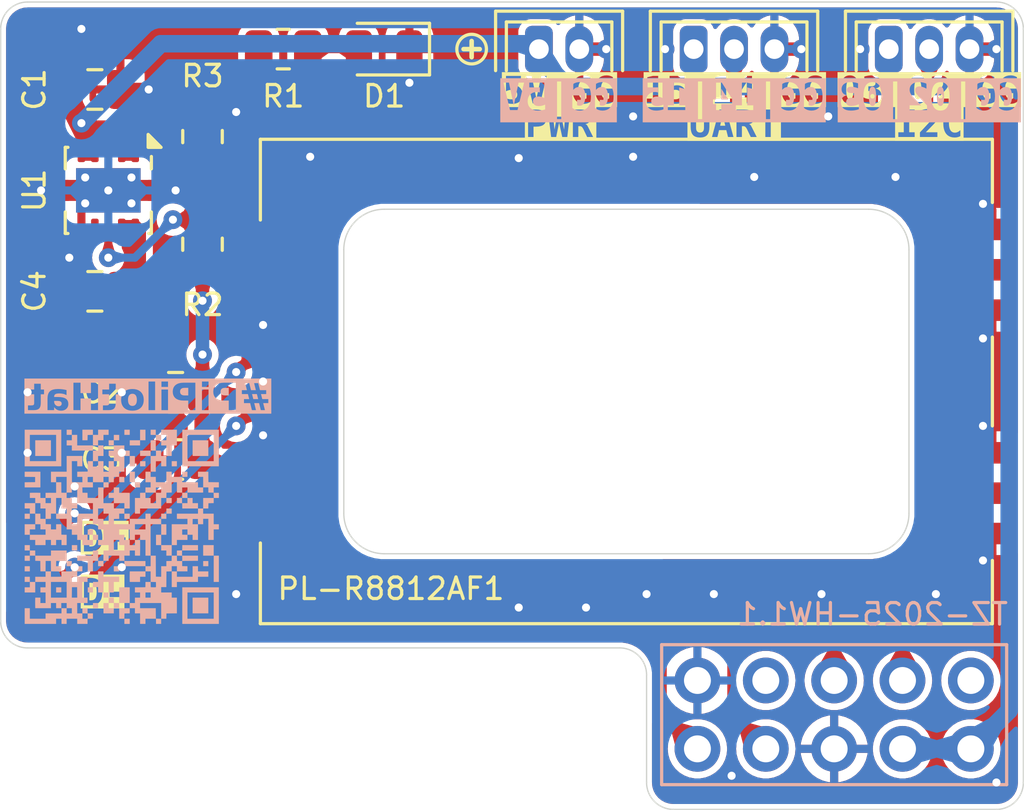
<source format=kicad_pcb>
(kicad_pcb (version 20240108) (generator "pcbnew") (generator_version "8.0")
  (layers (0 "F.Cu" signal) (31 "B.Cu" signal) (34 "B.Paste" user) (35 "F.Paste" user) (36 "B.SilkS" user "B.Silkscreen") (37 "F.SilkS" user "F.Silkscreen") (38 "B.Mask" user) (39 "F.Mask" user) (44 "Edge.Cuts" user))
  (net 0 "")
  (net 1 "GND")
  (net 2 "+3.3V")
  (net 3 "+5V")
  (net 4 "Net-(D1-A)")
  (net 5 "/D-")
  (net 6 "/D+")
  (net 7 "/15")
  (net 8 "/14")
  (net 9 "/2")
  (net 10 "/3")
  (net 13 "Net-(U1-FB)")
  (net 19 "Net-(U2-LED)")
  (footprint "Resistor_SMD:R_0805_2012Metric" (layer "F.Cu") (at 139.5 44.75 180)
    (property "Reference" "R1" (at 0 -1.75 0) (layer "F.SilkS") (effects (font (size 0.8 0.8) (thickness 0.12))))
    (property "Value" "1k")
    (pad "1" smd roundrect (at -0.9125 0 180) (size 1.025 1.4) (layers "F.Cu" "F.Paste" "F.Mask") (roundrect_rratio 0.243902) (net 4 "Net-(D1-A)"))
    (pad "2" smd roundrect (at 0.9125 0 180) (size 1.025 1.4) (layers "F.Cu" "F.Paste" "F.Mask") (roundrect_rratio 0.243902) (net 19 "Net-(U2-LED)"))
  )
  (footprint "PiPilotHat:BL-R8812AF1" (layer "F.Cu") (at 152.25 57.1)
    (property "Reference" "U2" (hide yes))
    (property "Value" "PL-R8812AF1")
    (fp_line (start -10.5 -4.9) (end -10.5 4.9) (stroke (width 0.05)) (layer "Edge.Cuts"))
    (fp_line (start -9 -6.4) (end 9 -6.4) (stroke (width 0.05)) (layer "Edge.Cuts"))
    (fp_line (start -9 6.4) (end 9 6.4) (stroke (width 0.05)) (layer "Edge.Cuts"))
    (fp_line (start 10.5 -4.9) (end 10.5 4.9) (stroke (width 0.05)) (layer "Edge.Cuts"))
    (fp_arc (start -10.5 -4.9) (mid -10.06066 -5.96066) (end -9 -6.4) (stroke (width 0.05)) (layer "Edge.Cuts"))
    (fp_arc (start -9 6.4) (mid -10.06066 5.96066) (end -10.5 4.9) (stroke (width 0.05)) (layer "Edge.Cuts"))
    (fp_arc (start 9 -6.4) (mid 10.06066 -5.96066) (end 10.5 -4.9) (stroke (width 0.05)) (layer "Edge.Cuts"))
    (fp_arc (start 10.5 4.9) (mid 10.06066 5.96066) (end 9 6.4) (stroke (width 0.05)) (layer "Edge.Cuts"))
    (pad "1" smd roundrect (at -13.5 5) (size 1.6 0.8) (layers "F.Cu" "F.Paste" "F.Mask"))
    (pad "2" smd roundrect (at -13.5 3) (size 1.6 0.8) (layers "F.Cu" "F.Paste" "F.Mask") (net 2 "+3.3V"))
    (pad "3" smd roundrect (at -13.5 1) (size 1.6 0.8) (layers "F.Cu" "F.Paste" "F.Mask") (net 5 "/D-"))
    (pad "4" smd roundrect (at -13.5 -1) (size 1.6 0.8) (layers "F.Cu" "F.Paste" "F.Mask") (net 6 "/D+"))
    (pad "5" smd roundrect (at -13.5 -3) (size 1.6 0.8) (layers "F.Cu" "F.Paste" "F.Mask") (net 1 "GND"))
    (pad "6" smd roundrect (at -13.5 -5) (size 1.6 0.8) (layers "F.Cu" "F.Paste" "F.Mask") (net 19 "Net-(U2-LED)"))
    (pad "7" smd roundrect (at 13.5 -5.65) (size 1.6 0.8) (layers "F.Cu" "F.Paste" "F.Mask") (net 1 "GND"))
    (pad "8" smd roundrect (at 13.5 -4.15) (size 1.6 0.8) (layers "F.Cu" "F.Paste" "F.Mask"))
    (pad "9" smd roundrect (at 13.5 -2.65) (size 1.6 0.8) (layers "F.Cu" "F.Paste" "F.Mask") (net 1 "GND"))
    (pad "10" smd roundrect (at 13.5 2.65) (size 1.6 0.8) (layers "F.Cu" "F.Paste" "F.Mask") (net 1 "GND"))
    (pad "11" smd roundrect (at 13.5 4.15) (size 1.6 0.8) (layers "F.Cu" "F.Paste" "F.Mask"))
    (pad "12" smd roundrect (at 13.5 5.65) (size 1.6 0.8) (layers "F.Cu" "F.Paste" "F.Mask") (net 1 "GND"))
  )
  (footprint "Capacitor_SMD:C_0805_2012Metric" (layer "F.Cu") (at 135.5 60 180)
    (property "Reference" "C3" (at 2.75 0 0) (layer "F.SilkS") (effects (font (size 0.8 0.8) (thickness 0.12))))
    (property "Value" "0.1u")
    (pad "1" smd roundrect (at -0.95 0 180) (size 1 1.45) (layers "F.Cu" "F.Paste" "F.Mask") (net 2 "+3.3V"))
    (pad "2" smd roundrect (at 0.95 0 180) (size 1 1.45) (layers "F.Cu" "F.Paste" "F.Mask") (net 1 "GND"))
  )
  (footprint "Capacitor_SMD:C_0805_2012Metric" (layer "F.Cu") (at 132.5 46.25)
    (property "Reference" "C1" (at -2.25 0 90) (layer "F.SilkS") (effects (font (size 0.8 0.8) (thickness 0.12))))
    (property "Value" "10u")
    (pad "1" smd roundrect (at -0.95 0) (size 1 1.45) (layers "F.Cu" "F.Paste" "F.Mask") (net 3 "+5V"))
    (pad "2" smd roundrect (at 0.95 0) (size 1 1.45) (layers "F.Cu" "F.Paste" "F.Mask") (net 1 "GND"))
  )
  (footprint "PiPilotHat:JST_ZH_1x03_Simple" (layer "F.Cu") (at 154.75 44.75)
    (property "Reference" "J2" (hide yes))
    (property "Value" "Conn_SERIAL")
    (pad "1" thru_hole roundrect (at 0 0) (size 1.03 1.73) (drill 0.73) (layers "*.Cu" "*.Mask") (roundrect_rratio 0.242718) (net 7 "/15"))
    (pad "2" thru_hole oval (at 1.5 0) (size 1.03 1.73) (drill 0.73) (layers "*.Cu" "*.Mask") (net 8 "/14"))
    (pad "3" thru_hole oval (at 3 0) (size 1.03 1.73) (drill 0.73) (layers "*.Cu" "*.Mask") (net 1 "GND"))
  )
  (footprint "PiPilotHat:USB_Data" (layer "F.Cu") (at 130.5 64)
    (property "Reference" "J1" (hide yes))
    (property "Value" "Conn_USB")
    (pad "1" smd roundrect (at 0 -1) (size 2 1.3) (layers "F.Cu" "F.Paste" "F.Mask") (net 6 "/D+"))
    (pad "2" smd roundrect (at 0 1) (size 2 1.3) (layers "F.Cu" "F.Paste" "F.Mask") (net 5 "/D-"))
  )
  (footprint "Resistor_SMD:R_0805_2012Metric" (layer "F.Cu") (at 136.5 52 90)
    (property "Reference" "R2" (at -2.25 0 0) (layer "F.SilkS") (effects (font (size 0.8 0.8) (thickness 0.12))))
    (property "Value" "4.7k")
    (pad "1" smd roundrect (at -0.9125 0 90) (size 1.025 1.4) (layers "F.Cu" "F.Paste" "F.Mask") (roundrect_rratio 0.243902) (net 2 "+3.3V"))
    (pad "2" smd roundrect (at 0.9125 0 90) (size 1.025 1.4) (layers "F.Cu" "F.Paste" "F.Mask") (roundrect_rratio 0.243902) (net 13 "Net-(U1-FB)"))
  )
  (footprint "Package_SON:VSON-10-1EP_3x3mm_P0.5mm_EP1.65x2.4mm_ThermalVias" (layer "F.Cu") (at 133 50 -90)
    (property "Reference" "U1" (at 0 2.75 90) (layer "F.SilkS") (effects (font (size 0.8 0.8) (thickness 0.12))))
    (property "Value" "TPS74801DRC")
    (pad "1" smd roundrect (at -1.475 -1 270) (size 0.85 0.28) (layers "F.Cu" "F.Paste" "F.Mask") (net 3 "+5V"))
    (pad "2" smd roundrect (at -1.475 -0.5 270) (size 0.85 0.28) (layers "F.Cu" "F.Paste" "F.Mask") (net 3 "+5V"))
    (pad "3" smd roundrect (at -1.475 0 270) (size 0.85 0.28) (layers "F.Cu" "F.Paste" "F.Mask"))
    (pad "4" smd roundrect (at -1.475 0.5 270) (size 0.85 0.28) (layers "F.Cu" "F.Paste" "F.Mask") (net 3 "+5V"))
    (pad "5" smd roundrect (at -1.475 1 270) (size 0.85 0.28) (layers "F.Cu" "F.Paste" "F.Mask") (net 3 "+5V"))
    (pad "6" smd roundrect (at 1.475 1 270) (size 0.85 0.28) (layers "F.Cu" "F.Paste" "F.Mask") (net 1 "GND"))
    (pad "7" smd roundrect (at 1.475 0.5 270) (size 0.85 0.28) (layers "F.Cu" "F.Paste" "F.Mask"))
    (pad "8" smd roundrect (at 1.475 0 270) (size 0.85 0.28) (layers "F.Cu" "F.Paste" "F.Mask") (net 13 "Net-(U1-FB)"))
    (pad "9" smd roundrect (at 1.475 -0.5 270) (size 0.85 0.28) (layers "F.Cu" "F.Paste" "F.Mask") (net 2 "+3.3V"))
    (pad "10" smd roundrect (at 1.475 -1 270) (size 0.85 0.28) (layers "F.Cu" "F.Paste" "F.Mask") (net 2 "+3.3V"))
    (pad "11" thru_hole circle (at -0.48 -0.86 270) (size 0.6 0.6) (drill 0.3) (layers "*.Cu") (net 1 "GND"))
    (pad "11" thru_hole circle (at -0.48 0.86 270) (size 0.6 0.6) (drill 0.3) (layers "*.Cu") (net 1 "GND"))
    (pad "11" smd rect (at -0.25 -1.55 270) (size 0.28 0.7) (layers "F.Cu" "F.Paste" "F.Mask") (net 1 "GND"))
    (pad "11" smd rect (at -0.25 1.55 270) (size 0.28 0.7) (layers "F.Cu" "F.Paste" "F.Mask") (net 1 "GND"))
    (pad "11" thru_hole circle (at 0 0 270) (size 0.6 0.6) (drill 0.3) (layers "*.Cu") (net 1 "GND"))
    (pad "11" smd rect (at 0 0 270) (size 1.65 2.4) (layers "F.Cu" "F.Mask") (net 1 "GND"))
    (pad "11" smd rect (at 0 0 270) (size 1.65 2.4) (layers "B.Cu") (net 1 "GND"))
    (pad "11" smd rect (at 0.25 -1.55 270) (size 0.28 0.7) (layers "F.Cu" "F.Paste" "F.Mask") (net 1 "GND"))
    (pad "11" smd rect (at 0.25 1.55 270) (size 0.28 0.7) (layers "F.Cu" "F.Paste" "F.Mask") (net 1 "GND"))
    (pad "11" thru_hole circle (at 0.48 -0.86 270) (size 0.6 0.6) (drill 0.3) (layers "*.Cu") (net 1 "GND"))
    (pad "11" thru_hole circle (at 0.48 0.86 270) (size 0.6 0.6) (drill 0.3) (layers "*.Cu") (net 1 "GND"))
  )
  (footprint "Capacitor_SMD:C_0805_2012Metric" (layer "F.Cu") (at 135.5 57.5 180)
    (property "Reference" "C2" (at 2.75 0 0) (layer "F.SilkS") (effects (font (size 0.8 0.8) (thickness 0.12))))
    (property "Value" "10u")
    (pad "1" smd roundrect (at -0.95 0 180) (size 1 1.45) (layers "F.Cu" "F.Paste" "F.Mask") (net 2 "+3.3V"))
    (pad "2" smd roundrect (at 0.95 0 180) (size 1 1.45) (layers "F.Cu" "F.Paste" "F.Mask") (net 1 "GND"))
  )
  (footprint "PiPilotHat:JST_ZH_1x02_Simple" (layer "F.Cu") (at 149 44.75)
    (property "Reference" "J4" (hide yes))
    (property "Value" "Conn_POWER")
    (pad "1" thru_hole roundrect (at 0 0) (size 1.03 1.73) (drill 0.73) (layers "*.Cu" "*.Mask") (roundrect_rratio 0.242718) (net 3 "+5V"))
    (pad "2" thru_hole oval (at 1.5 0) (size 1.03 1.73) (drill 0.73) (layers "*.Cu" "*.Mask") (net 1 "GND"))
  )
  (footprint "Resistor_SMD:R_0805_2012Metric" (layer "F.Cu") (at 136.5 48 90)
    (property "Reference" "R3" (at 2.25 0 0) (layer "F.SilkS") (effects (font (size 0.8 0.8) (thickness 0.12))))
    (property "Value" "1.5k")
    (pad "1" smd roundrect (at -0.9125 0 90) (size 1.025 1.4) (layers "F.Cu" "F.Paste" "F.Mask") (roundrect_rratio 0.243902) (net 13 "Net-(U1-FB)"))
    (pad "2" smd roundrect (at 0.9125 0 90) (size 1.025 1.4) (layers "F.Cu" "F.Paste" "F.Mask") (roundrect_rratio 0.243902) (net 1 "GND"))
  )
  (footprint "LED_SMD:LED_0805_2012Metric" (layer "F.Cu") (at 143.25 44.75 180)
    (property "Reference" "D1" (at 0 -1.75 0) (layer "F.SilkS") (effects (font (size 0.8 0.8) (thickness 0.12))))
    (property "Value" "LED")
    (pad "1" smd roundrect (at -0.9375 0 180) (size 0.975 1.4) (layers "F.Cu" "F.Paste" "F.Mask") (net 1 "GND"))
    (pad "2" smd roundrect (at 0.9375 0 180) (size 0.975 1.4) (layers "F.Cu" "F.Paste" "F.Mask") (net 4 "Net-(D1-A)"))
  )
  (footprint "Capacitor_SMD:C_0805_2012Metric" (layer "F.Cu") (at 132.5 53.75 180)
    (property "Reference" "C4" (at 2.25 0 90) (layer "F.SilkS") (effects (font (size 0.8 0.8) (thickness 0.12))))
    (property "Value" "10u")
    (pad "1" smd roundrect (at -0.95 0 180) (size 1 1.45) (layers "F.Cu" "F.Paste" "F.Mask") (net 2 "+3.3V"))
    (pad "2" smd roundrect (at 0.95 0 180) (size 1 1.45) (layers "F.Cu" "F.Paste" "F.Mask") (net 1 "GND"))
  )
  (footprint "PiPilotHat:JST_ZH_1x03_Simple" (layer "F.Cu") (at 162 44.75)
    (property "Reference" "J3" (hide yes))
    (property "Value" "Conn_I2C")
    (pad "1" thru_hole roundrect (at 0 0) (size 1.03 1.73) (drill 0.73) (layers "*.Cu" "*.Mask") (roundrect_rratio 0.242718) (net 10 "/3"))
    (pad "2" thru_hole oval (at 1.5 0) (size 1.03 1.73) (drill 0.73) (layers "*.Cu" "*.Mask") (net 9 "/2"))
    (pad "3" thru_hole oval (at 3 0) (size 1.03 1.73) (drill 0.73) (layers "*.Cu" "*.Mask") (net 1 "GND"))
  )
  (footprint "Connector_PinSocket_2.54mm:PinSocket_2x05_P2.54mm_Vertical" (layer "B.Cu") (at 165.05 68.21 90)
    (property "Reference" "J5" (hide yes))
    (property "Value" "Conn_HAT")
    (pad "1" thru_hole circle (at 0 0 90) (size 1.7 1.7) (drill 1) (layers "*.Cu" "*.Mask"))
    (pad "2" thru_hole oval (at -2.54 0 90) (size 1.7 1.7) (drill 1) (layers "*.Cu" "*.Mask") (net 3 "+5V"))
    (pad "3" thru_hole oval (at 0 -2.54 90) (size 1.7 1.7) (drill 1) (layers "*.Cu" "*.Mask") (net 9 "/2"))
    (pad "4" thru_hole oval (at -2.54 -2.54 90) (size 1.7 1.7) (drill 1) (layers "*.Cu" "*.Mask") (net 3 "+5V"))
    (pad "5" thru_hole oval (at 0 -5.08 90) (size 1.7 1.7) (drill 1) (layers "*.Cu" "*.Mask") (net 10 "/3"))
    (pad "6" thru_hole oval (at -2.54 -5.08 90) (size 1.7 1.7) (drill 1) (layers "*.Cu" "*.Mask") (net 1 "GND"))
    (pad "7" thru_hole oval (at 0 -7.62 90) (size 1.7 1.7) (drill 1) (layers "*.Cu" "*.Mask"))
    (pad "8" thru_hole oval (at -2.54 -7.62 90) (size 1.7 1.7) (drill 1) (layers "*.Cu" "*.Mask") (net 8 "/14"))
    (pad "9" thru_hole oval (at 0 -10.16 90) (size 1.7 1.7) (drill 1) (layers "*.Cu" "*.Mask") (net 1 "GND"))
    (pad "10" thru_hole oval (at -2.54 -10.16 90) (size 1.7 1.7) (drill 1) (layers "*.Cu" "*.Mask") (net 7 "/15"))
  )
  (footprint "LOGO" (layer "B.Cu") (at 133.5 62.5 180)
    (property "Reference" "G***" (hide yes))
    (property "Value" "LOGO" (hide yes))
  )
  (gr_circle (center 146.5 44.75) (end 147.05 44.75) (stroke (width 0.12)) (fill none) (layer "F.SilkS"))
  (gr_line (start 146.5 44.45) (end 146.5 45.05) (stroke (width 0.17)) (layer "F.SilkS"))
  (gr_line (start 146.2 44.75) (end 146.8 44.75) (stroke (width 0.17)) (layer "F.SilkS"))
  (gr_line (start 153 68) (end 153 72) (stroke (width 0.05)) (layer "Edge.Cuts"))
  (gr_line (start 129 44) (end 129 66) (stroke (width 0.05)) (layer "Edge.Cuts"))
  (gr_line (start 130 67) (end 152 67) (stroke (width 0.05)) (layer "Edge.Cuts"))
  (gr_line (start 154 73) (end 166 73) (stroke (width 0.05)) (layer "Edge.Cuts"))
  (gr_arc (start 129 44) (mid 129.292893 43.292893) (end 130 43) (stroke (width 0.05)) (layer "Edge.Cuts"))
  (gr_line (start 166 43) (end 130 43) (stroke (width 0.05)) (layer "Edge.Cuts"))
  (gr_arc (start 130 67) (mid 129.292893 66.707107) (end 129 66) (stroke (width 0.05)) (layer "Edge.Cuts"))
  (gr_arc (start 152 67) (mid 152.707107 67.292893) (end 153 68) (stroke (width 0.05)) (layer "Edge.Cuts"))
  (gr_arc (start 166 43) (mid 166.707107 43.292893) (end 167 44) (stroke (width 0.05)) (layer "Edge.Cuts"))
  (gr_arc (start 167 72) (mid 166.707107 72.707107) (end 166 73) (stroke (width 0.05)) (layer "Edge.Cuts"))
  (gr_arc (start 154 73) (mid 153.292893 72.707107) (end 153 72) (stroke (width 0.05)) (layer "Edge.Cuts"))
  (gr_line (start 167 72) (end 167 44) (stroke (width 0.05)) (layer "Edge.Cuts"))
  (gr_text "#PiPilotHat" (at 134.5 57.75 -0) (layer "B.SilkS" knockout) (effects (font (size 1 1) (thickness 0.11) (bold yes)) (justify mirror)))
  (gr_text "GG|02|03" (at 163.5 46.6 0) (layer "B.SilkS" knockout) (effects (font (size 1 1) (thickness 0.24) (bold yes)) (justify mirror)))
  (gr_text "GG|14|15" (at 156.25 46.6 0) (layer "B.SilkS" knockout) (effects (font (size 1 1) (thickness 0.24) (bold yes)) (justify mirror)))
  (gr_text "GG|5V" (at 149.75 46.6 0) (layer "B.SilkS" knockout) (effects (font (size 1 1) (thickness 0.24) (bold yes)) (justify mirror)))
  (gr_text "TZ-2025-HW1.1" (at 166.5 65.75 0) (layer "B.SilkS") (effects (font (size 0.8 0.8) (thickness 0.12)) (justify left mirror)))
  (gr_text "03 02 GG" (at 163.5 46.35 0) (layer "F.SilkS" knockout) (effects (font (size 1 1) (thickness 0.24) (bold yes))))
  (gr_text "PL-R8812AF1" (at 143.5 64.8 0) (layer "F.SilkS") (effects (font (size 0.8 0.8) (thickness 0.12))))
  (gr_text "D+" (at 132 63 0) (layer "F.SilkS" knockout) (effects (font (size 1 1) (thickness 0.24) (bold yes)) (justify left)))
  (gr_text "I2C" (at 163.5 47.6 0) (layer "F.SilkS" knockout) (effects (font (size 1 1) (thickness 0.24) (bold yes))))
  (gr_text "5V GG" (at 149.75 46.35 0) (layer "F.SilkS" knockout) (effects (font (size 1 1) (thickness 0.24) (bold yes))))
  (gr_text "15 14 GG" (at 156.25 46.35 0) (layer "F.SilkS" knockout) (effects (font (size 1 1) (thickness 0.24) (bold yes))))
  (gr_text "PWR" (at 149.75 47.6 0) (layer "F.SilkS" knockout) (effects (font (size 1 1) (thickness 0.24) (bold yes))))
  (gr_text "D-" (at 132 65 0) (layer "F.SilkS" knockout) (effects (font (size 1 1) (thickness 0.24) (bold yes)) (justify left)))
  (gr_text "UART" (at 156.25 47.6 0) (layer "F.SilkS" knockout) (effects (font (size 1 1) (thickness 0.24) (bold yes))))
  (segment (start 165.75 62.75) (end 165.75 63.5) (width 0.5) (layer "F.Cu") (net 1))
  (segment (start 132 50.62) (end 132.14 50.48) (width 0.3) (layer "F.Cu") (net 1))
  (segment (start 165.75 54.45) (end 165.75 55.25) (width 0.5) (layer "F.Cu") (net 1))
  (segment (start 165.5 50.5) (end 165.75 50.75) (width 0.5) (layer "F.Cu") (net 1))
  (segment (start 134.3 59.75) (end 134.55 60) (width 0.5) (layer "F.Cu") (net 1))
  (segment (start 165.75 59) (end 165.5 58.75) (width 0.5) (layer "F.Cu") (net 1))
  (segment (start 158.75 44.75) (end 157.75 44.75) (width 0.5) (layer "F.Cu") (net 1))
  (segment (start 165.75 59.75) (end 165.75 59) (width 0.5) (layer "F.Cu") (net 1))
  (segment (start 137.75 47.0875) (end 136.5 47.0875) (width 0.5) (layer "F.Cu") (net 1))
  (segment (start 165.75 63.5) (end 165.5 63.75) (width 0.5) (layer "F.Cu") (net 1))
  (segment (start 132 51.475) (end 132 50.62) (width 0.3) (layer "F.Cu") (net 1))
  (segment (start 165.75 55.25) (end 165.5 55.5) (width 0.5) (layer "F.Cu") (net 1))
  (segment (start 133.5 59.75) (end 134.3 59.75) (width 0.5) (layer "F.Cu") (net 1))
  (segment (start 144.1875 46) (end 144.1875 44.75) (width 0.5) (layer "F.Cu") (net 1))
  (segment (start 138.75 55) (end 138.75 54) (width 0.5) (layer "F.Cu") (net 1))
  (segment (start 131.55 52.5) (end 131.55 53.75) (width 0.5) (layer "F.Cu") (net 1))
  (segment (start 134.5 46.25) (end 133.45 46.25) (width 0.5) (layer "F.Cu") (net 1))
  (segment (start 166 44.75) (end 165 44.75) (width 0.5) (layer "F.Cu") (net 1))
  (segment (start 151.5 44.75) (end 150.5 44.75) (width 0.5) (layer "F.Cu") (net 1))
  (segment (start 165.75 50.75) (end 165.75 51.45) (width 0.5) (layer "F.Cu") (net 1))
  (segment (start 133.5 57.5) (end 134.55 57.5) (width 0.5) (layer "F.Cu") (net 1))
  (via (at 159.5 65) (size 0.7) (drill 0.3) (layers "F.Cu" "B.Cu") (net 1))
  (via (at 138.75 55) (size 0.7) (drill 0.3) (layers "F.Cu" "B.Cu") (net 1))
  (via (at 165.5 50.5) (size 0.7) (drill 0.3) (layers "F.Cu" "B.Cu") (net 1))
  (via (at 138.75 59.1) (size 0.7) (drill 0.3) (layers "F.Cu" "B.Cu") (net 1))
  (via (at 148.25 48.8) (size 0.7) (drill 0.3) (layers "F.Cu" "B.Cu") (net 1))
  (via (at 130.5 50) (size 0.7) (drill 0.3) (layers "F.Cu" "B.Cu") (net 1))
  (via (at 165.5 58.75) (size 0.7) (drill 0.3) (layers "F.Cu" "B.Cu") (net 1))
  (via (at 153 65) (size 0.7) (drill 0.3) (layers "F.Cu" "B.Cu") (net 1))
  (via (at 166 44.75) (size 0.7) (drill 0.3) (layers "F.Cu" "B.Cu") (net 1))
  (via (at 150.75 65.5) (size 0.7) (drill 0.3) (layers "F.Cu" "B.Cu") (net 1))
  (via (at 133.5 59.75) (size 0.7) (drill 0.3) (layers "F.Cu" "B.Cu") (net 1))
  (via (at 158.75 44.75) (size 0.7) (drill 0.3) (layers "F.Cu" "B.Cu") (net 1))
  (via (at 130 59.75) (size 0.7) (drill 0.3) (layers "F.Cu" "B.Cu") (net 1))
  (via (at 165.5 55.5) (size 0.7) (drill 0.3) (layers "F.Cu" "B.Cu") (net 1))
  (via (at 134.5 46.25) (size 0.7) (drill 0.3) (layers "F.Cu" "B.Cu") (net 1))
  (via (at 165.5 63.75) (size 0.7) (drill 0.3) (layers "F.Cu" "B.Cu") (net 1))
  (via (at 156.159998 71.75) (size 0.7) (drill 0.3) (layers "F.Cu" "B.Cu") (net 1))
  (via (at 153.685 44.75) (size 0.7) (drill 0.3) (layers "F.Cu" "B.Cu") (net 1))
  (via (at 133.5 57.5) (size 0.7) (drill 0.3) (layers "F.Cu" "B.Cu") (net 1))
  (via (at 166 72) (size 0.7) (drill 0.3) (layers "F.Cu" "B.Cu") (net 1))
  (via (at 155.5 65) (size 0.7) (drill 0.3) (layers "F.Cu" "B.Cu") (net 1))
  (via (at 151.5 44.75) (size 0.7) (drill 0.3) (layers "F.Cu" "B.Cu") (net 1))
  (via (at 133.5 64) (size 0.7) (drill 0.3) (layers "F.Cu" "B.Cu") (net 1))
  (via (at 163.75 65) (size 0.7) (drill 0.3) (layers "F.Cu" "B.Cu") (net 1))
  (via (at 132 44) (size 0.7) (drill 0.3) (layers "F.Cu" "B.Cu") (net 1))
  (via (at 131.55 52.5) (size 0.7) (drill 0.3) (layers "F.Cu" "B.Cu") (net 1))
  (via (at 152.5 48.75) (size 0.7) (drill 0.3) (layers "F.Cu" "B.Cu") (net 1))
  (via (at 137.75 65) (size 0.7) (drill 0.3) (layers "F.Cu" "B.Cu") (net 1))
  (via (at 144.1875 46) (size 0.7) (drill 0.3) (layers "F.Cu" "B.Cu") (net 1))
  (via (at 130 57.5) (size 0.7) (drill 0.3) (layers "F.Cu" "B.Cu") (net 1))
  (via (at 137.75 47.0875) (size 0.7) (drill 0.3) (layers "F.Cu" "B.Cu") (net 1))
  (via (at 140.5 48.75) (size 0.7) (drill 0.3) (layers "F.Cu" "B.Cu") (net 1))
  (via (at 160.935 44.75) (size 0.7) (drill 0.3) (layers "F.Cu" "B.Cu") (net 1))
  (via (at 152.5 47.25) (size 0.7) (drill 0.3) (layers "F.Cu" "B.Cu") (net 1))
  (via (at 135.5 50) (size 0.7) (drill 0.3) (layers "F.Cu" "B.Cu") (net 1))
  (via (at 138.75 57.1) (size 0.7) (drill 0.3) (layers "F.Cu" "B.Cu") (net 1))
  (via (at 159.75 47.25) (size 0.7) (drill 0.3) (layers "F.Cu" "B.Cu") (net 1))
  (via (at 131.75 61) (size 0.7) (drill 0.3) (layers "F.Cu" "B.Cu") (net 1))
  (via (at 162.25 49.5) (size 0.7) (drill 0.3) (layers "F.Cu" "B.Cu") (net 1))
  (via (at 148.25 65.5) (size 0.7) (drill 0.3) (layers "F.Cu" "B.Cu") (net 1))
  (via (at 157 49.5) (size 0.7) (drill 0.3) (layers "F.Cu" "B.Cu") (net 1))
  (segment (start 135.3375 52.9125) (end 136.5 52.9125) (width 0.5) (layer "F.Cu") (net 2))
  (segment (start 136.5 54.1) (end 136.5 52.9125) (width 0.5) (layer "F.Cu") (net 2))
  (segment (start 136.5 56.1) (end 136.5 57.45) (width 0.5) (layer "F.Cu") (net 2))
  (segment (start 136.45 57.5) (end 136.45 60) (width 0.5) (layer "F.Cu") (net 2))
  (segment (start 133.45 53.75) (end 134.5 53.75) (width 0.5) (layer "F.Cu") (net 2))
  (segment (start 134.5 53.75) (end 135.3375 52.9125) (width 0.5) (layer "F.Cu") (net 2))
  (segment (start 136.5 57.45) (end 136.45 57.5) (width 0.5) (layer "F.Cu") (net 2))
  (segment (start 138.75 60.1) (end 136.55 60.1) (width 0.5) (layer "F.Cu") (net 2))
  (segment (start 136.55 60.1) (end 136.45 60) (width 0.5) (layer "F.Cu") (net 2))
  (segment (start 136.45 52.9625) (end 136.5 52.9125) (width 0.5) (layer "F.Cu") (net 2))
  (via (at 136.5 54.1) (size 0.7) (drill 0.3) (layers "F.Cu" "B.Cu") (net 2))
  (via (at 136.5 56.1) (size 0.7) (drill 0.3) (layers "F.Cu" "B.Cu") (net 2))
  (segment (start 136.5 56.1) (end 136.5 54.1) (width 0.5) (layer "B.Cu") (net 2))
  (via (at 132 47.5) (size 0.7) (drill 0.3) (layers "F.Cu" "B.Cu") (net 3))
  (segment (start 149 45.070782) (end 149 44.75) (width 0.65) (layer "B.Cu") (net 3))
  (segment (start 166.475 69.325) (end 166.475 47.225) (width 0.65) (layer "B.Cu") (net 3))
  (segment (start 149 44.75) (end 148.8 44.55) (width 0.65) (layer "B.Cu") (net 3))
  (segment (start 165.39 46.14) (end 150.069218 46.14) (width 0.65) (layer "B.Cu") (net 3))
  (segment (start 166.475 47.225) (end 165.39 46.14) (width 0.65) (layer "B.Cu") (net 3))
  (segment (start 165.05 70.75) (end 166.475 69.325) (width 0.65) (layer "B.Cu") (net 3))
  (segment (start 148.8 44.55) (end 134.95 44.55) (width 0.65) (layer "B.Cu") (net 3))
  (segment (start 134.95 44.55) (end 132 47.5) (width 0.65) (layer "B.Cu") (net 3))
  (segment (start 165.05 70.75) (end 162.51 70.75) (width 0.65) (layer "B.Cu") (net 3))
  (segment (start 150.069218 46.14) (end 149 45.070782) (width 0.65) (layer "B.Cu") (net 3))
  (segment (start 142.3125 44.75) (end 140.4125 44.75) (width 0.3) (layer "F.Cu") (net 4))
  (segment (start 138.4 58.1) (end 137.75 58.75) (width 0.3) (layer "F.Cu") (net 5))
  (segment (start 131.75 64) (end 130.75 65) (width 0.3) (layer "F.Cu") (net 5))
  (segment (start 130.75 65) (end 130.5 65) (width 0.3) (layer "F.Cu") (net 5))
  (segment (start 138.75 58.1) (end 138.4 58.1) (width 0.3) (layer "F.Cu") (net 5))
  (segment (start 138.75 58) (end 138.75 58.1) (width 0.3) (layer "F.Cu") (net 5))
  (via (at 131.75 64) (size 0.7) (drill 0.3) (layers "F.Cu" "B.Cu") (net 5))
  (via (at 137.75 58.75) (size 0.7) (drill 0.3) (layers "F.Cu" "B.Cu") (net 5))
  (segment (start 131.75 64) (end 132.5 64) (width 0.3) (layer "B.Cu") (net 5))
  (segment (start 132.5 64) (end 137.75 58.75) (width 0.3) (layer "B.Cu") (net 5))
  (segment (start 131.75 62) (end 130.75 63) (width 0.3) (layer "F.Cu") (net 6))
  (segment (start 138.4 56.1) (end 137.75 56.75) (width 0.3) (layer "F.Cu") (net 6))
  (segment (start 138.75 56.1) (end 138.4 56.1) (width 0.3) (layer "F.Cu") (net 6))
  (segment (start 130.75 63) (end 130.5 63) (width 0.3) (layer "F.Cu") (net 6))
  (via (at 131.75 62) (size 0.7) (drill 0.3) (layers "F.Cu" "B.Cu") (net 6))
  (via (at 137.75 56.75) (size 0.7) (drill 0.3) (layers "F.Cu" "B.Cu") (net 6))
  (segment (start 131.75 62) (end 132.5 62) (width 0.3) (layer "B.Cu") (net 6))
  (segment (start 132.5 62) (end 137.75 56.75) (width 0.3) (layer "B.Cu") (net 6))
  (segment (start 153.6 66.96) (end 153.6 69.46) (width 0.3) (layer "F.Cu") (net 7))
  (segment (start 154.75 44.75) (end 154.75 48.5) (width 0.3) (layer "F.Cu") (net 7))
  (segment (start 140.5 51) (end 140.5 63.25) (width 0.3) (layer "F.Cu") (net 7))
  (segment (start 142 64.75) (end 151.39 64.75) (width 0.3) (layer "F.Cu") (net 7))
  (segment (start 140.5 63.25) (end 142 64.75) (width 0.3) (layer "F.Cu") (net 7))
  (segment (start 153.6 69.46) (end 154.89 70.75) (width 0.3) (layer "F.Cu") (net 7))
  (segment (start 154.75 48.5) (end 153.75 49.5) (width 0.3) (layer "F.Cu") (net 7))
  (segment (start 153.75 49.5) (end 142 49.5) (width 0.3) (layer "F.Cu") (net 7))
  (segment (start 142 49.5) (end 140.5 51) (width 0.3) (layer "F.Cu") (net 7))
  (segment (start 151.39 64.75) (end 153.6 66.96) (width 0.3) (layer "F.Cu") (net 7))
  (segment (start 142.5 64) (end 153.18 64) (width 0.3) (layer "F.Cu") (net 8))
  (segment (start 142.479904 50.25) (end 141.25 51.479904) (width 0.3) (layer "F.Cu") (net 8))
  (segment (start 156.15 69.47) (end 157.43 70.75) (width 0.3) (layer "F.Cu") (net 8))
  (segment (start 156.15 66.97) (end 156.15 69.47) (width 0.3) (layer "F.Cu") (net 8))
  (segment (start 141.25 62.75) (end 142.5 64) (width 0.3) (layer "F.Cu") (net 8))
  (segment (start 141.25 51.479904) (end 141.25 62.75) (width 0.3) (layer "F.Cu") (net 8))
  (segment (start 153.18 64) (end 156.15 66.97) (width 0.3) (layer "F.Cu") (net 8))
  (segment (start 154.5 50.25) (end 142.479904 50.25) (width 0.3) (layer "F.Cu") (net 8))
  (segment (start 156.25 48.5) (end 154.5 50.25) (width 0.3) (layer "F.Cu") (net 8))
  (segment (start 156.25 44.75) (end 156.25 48.5) (width 0.3) (layer "F.Cu") (net 8))
  (segment (start 164 63.21875) (end 162.51 64.70875) (width 0.3) (layer "F.Cu") (net 9))
  (segment (start 163.5 47) (end 164 47.5) (width 0.3) (layer "F.Cu") (net 9))
  (segment (start 164 47.5) (end 164 63.21875) (width 0.3) (layer "F.Cu") (net 9))
  (segment (start 163.5 44.75) (end 163.5 47) (width 0.3) (layer "F.Cu") (net 9))
  (segment (start 162.51 64.70875) (end 162.51 68.21) (width 0.3) (layer "F.Cu") (net 9))
  (segment (start 163.25 62.75) (end 159.97 66.03) (width 0.3) (layer "F.Cu") (net 10))
  (segment (start 162 47) (end 163.25 48.25) (width 0.3) (layer "F.Cu") (net 10))
  (segment (start 162 44.75) (end 162 47) (width 0.3) (layer "F.Cu") (net 10))
  (segment (start 163.25 48.25) (end 163.25 62.75) (width 0.3) (layer "F.Cu") (net 10))
  (segment (start 159.97 66.03) (end 159.97 68.21) (width 0.3) (layer "F.Cu") (net 10))
  (segment (start 132.999837 52.499141) (end 133 52.498978) (width 0.3) (layer "F.Cu") (net 13))
  (segment (start 133 52.498978) (end 133 51.475) (width 0.3) (layer "F.Cu") (net 13))
  (segment (start 136.5 48.9125) (end 136.5 51.0875) (width 0.3) (layer "F.Cu") (net 13))
  (segment (start 136.5 51.0875) (end 135.4 51.0875) (width 0.3) (layer "F.Cu") (net 13))
  (via (at 135.4 51.0875) (size 0.7) (drill 0.3) (layers "F.Cu" "B.Cu") (net 13))
  (via (at 132.999837 52.499141) (size 0.7) (drill 0.3) (layers "F.Cu" "B.Cu") (net 13))
  (segment (start 133.988359 52.499141) (end 132.999837 52.499141) (width 0.3) (layer "B.Cu") (net 13))
  (segment (start 135.4 51.0875) (end 133.988359 52.499141) (width 0.3) (layer "B.Cu") (net 13))
  (segment (start 138.5875 44.75) (end 138.5875 51.9375) (width 0.3) (layer "F.Cu") (net 19))
  (segment (start 138.5875 51.9375) (end 138.75 52.1) (width 0.3) (layer "F.Cu") (net 19))
  (zone (net 2) (net_name "+3.3V") (layer "F.Cu") (priority 2) (connect_pads yes (clearance 0.25)) (min_thickness 0.15) (fill yes (thermal_gap 0.4) (thermal_bridge_width 0.25) (island_removal_mode 1) (island_area_min 10))
    (polygon (pts (xy 133.4 51.1) (xy 134.1 51.1) (xy 134.4 51.4) (xy 134.4 52.9) (xy 133.9 53.4) (xy 133.2 53.4) (xy 133.2 53.1) (xy 133.5 52.8) (xy 133.5 51.9) (xy 133.4 51.8)))
  )
  (zone (net 3) (net_name "+5V") (layer "F.Cu") (priority 1) (connect_pads yes (clearance 0.25)) (min_thickness 0.15) (fill yes (thermal_gap 0.4) (thermal_bridge_width 0.25) (island_removal_mode 1) (island_area_min 10))
    (polygon (pts (xy 131.1 46.7) (xy 131.9 48.3) (xy 131.9 48.9) (xy 132.6 48.9) (xy 132.6 48.2) (xy 133.4 48.2) (xy 133.4 48.9) (xy 134.1 48.9) (xy 134.1 48.2) (xy 133.7 47.4) (xy 132.4 47.4) (xy 132 46.6) (xy 132 46) (xy 131.1 46)))
  )
  (zone (net 1) (net_name "GND") (layer "F.Cu") (priority 3) (connect_pads yes (clearance 0.25)) (min_thickness 0.15) (fill yes (thermal_gap 0.4) (thermal_bridge_width 0.25) (island_removal_mode 1) (island_area_min 10))
    (polygon (pts (xy 132.1 51.6) (xy 132.1 51.9) (xy 131.8 52.5) (xy 131.3 52.5) (xy 131.3 51.4) (xy 131.9 51.4)))
  )
  (zone (net 1) (net_name "GND") (layers "F&B.Cu") (connect_pads (clearance 0.25)) (min_thickness 0.15) (fill yes (thermal_gap 0.4) (thermal_bridge_width 0.3))
    (polygon (pts (xy 167 43) (xy 129 43) (xy 129 73) (xy 167 73)))
  )
)
</source>
